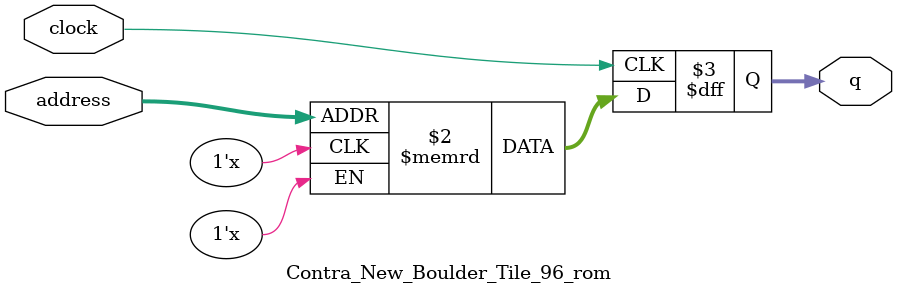
<source format=sv>
module Contra_New_Boulder_Tile_96_rom (
	input logic clock,
	input logic [13:0] address,
	output logic [1:0] q
);

logic [1:0] memory [0:9215] /* synthesis ram_init_file = "./Contra_New_Boulder_Tile_96/Contra_New_Boulder_Tile_96.mif" */;

always_ff @ (posedge clock) begin
	q <= memory[address];
end

endmodule

</source>
